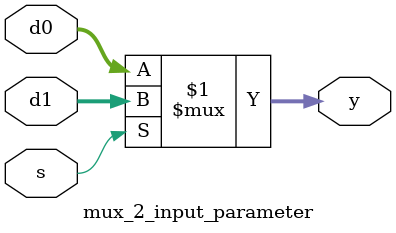
<source format=sv>
module mux_2_input_parameter
#(parameter width = 32)
(
	input logic [width-1:0] d0, d1,
	input logic s,
	output logic [width-1:0] y
);
	assign y =s ? d1 : d0;
	
endmodule
</source>
